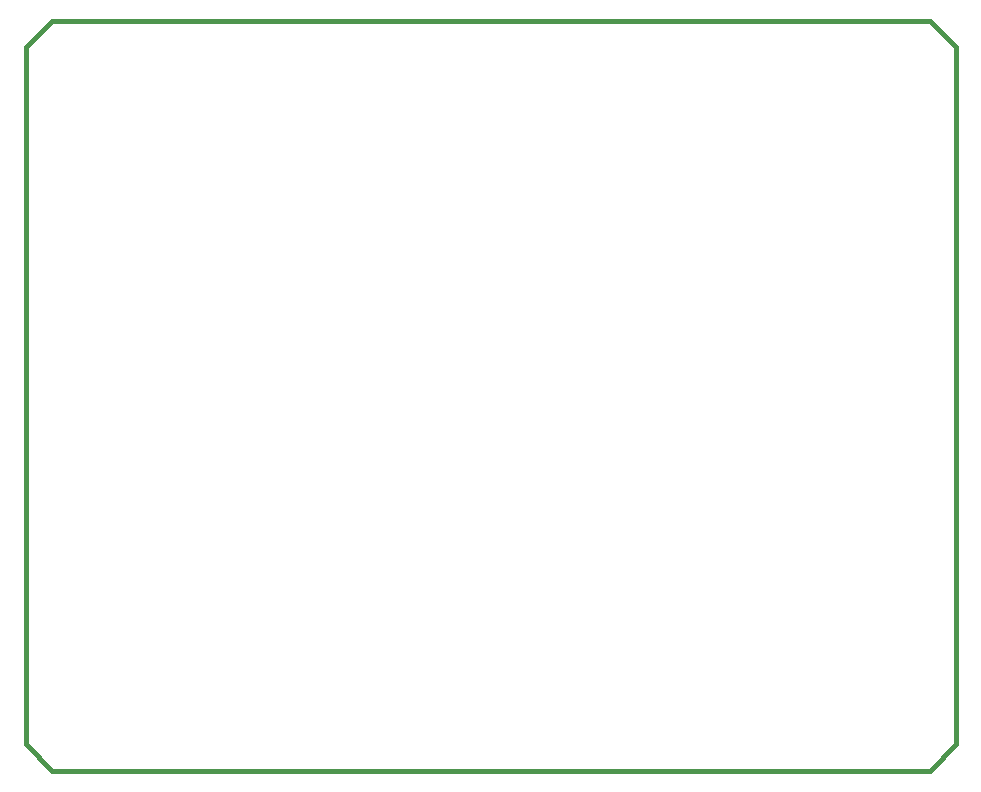
<source format=gm1>
G04 #@! TF.GenerationSoftware,KiCad,Pcbnew,8.0.0*
G04 #@! TF.CreationDate,2024-05-03T13:59:33-04:00*
G04 #@! TF.ProjectId,hdmi_trigger_interface,68646d69-5f74-4726-9967-6765725f696e,rev?*
G04 #@! TF.SameCoordinates,Original*
G04 #@! TF.FileFunction,Profile,NP*
%FSLAX46Y46*%
G04 Gerber Fmt 4.6, Leading zero omitted, Abs format (unit mm)*
G04 Created by KiCad (PCBNEW 8.0.0) date 2024-05-03 13:59:33*
%MOMM*%
%LPD*%
G01*
G04 APERTURE LIST*
G04 #@! TA.AperFunction,Profile*
%ADD10C,0.406400*%
G04 #@! TD*
G04 APERTURE END LIST*
D10*
X192630000Y-28949100D02*
X192630000Y-88004100D01*
X192630000Y-88004100D02*
X194852500Y-90226600D01*
X194852500Y-26726600D02*
X192630000Y-28949100D01*
X194852500Y-90226600D02*
X269147500Y-90226600D01*
X269147500Y-26726600D02*
X194852500Y-26726600D01*
X269147500Y-90226600D02*
X271370000Y-88004100D01*
X271352500Y-28949100D02*
X269147482Y-26726618D01*
X271370000Y-88004100D02*
X271352500Y-28949100D01*
M02*

</source>
